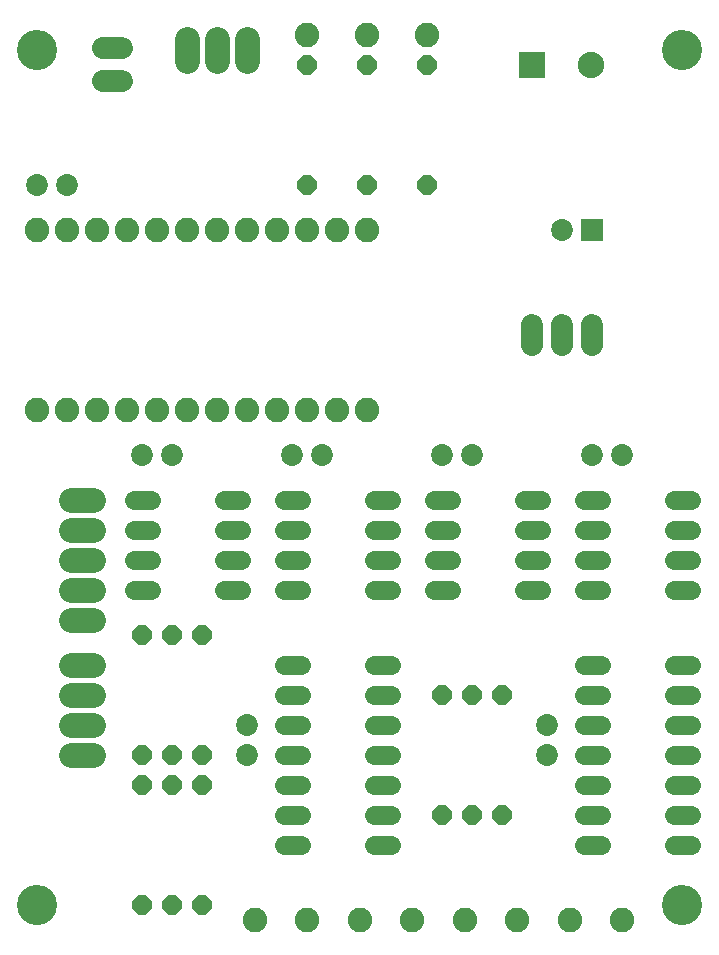
<source format=gts>
G75*
%MOIN*%
%OFA0B0*%
%FSLAX25Y25*%
%IPPOS*%
%LPD*%
%AMOC8*
5,1,8,0,0,1.08239X$1,22.5*
%
%ADD10C,0.13398*%
%ADD11C,0.06400*%
%ADD12R,0.08800X0.08800*%
%ADD13C,0.08800*%
%ADD14OC8,0.06400*%
%ADD15C,0.08200*%
%ADD16C,0.07300*%
%ADD17R,0.07300X0.07300*%
%ADD18C,0.07200*%
%ADD19C,0.08200*%
D10*
X0016400Y0016400D03*
X0231400Y0016400D03*
X0231400Y0301400D03*
X0016400Y0301400D03*
D11*
X0048600Y0151400D02*
X0054200Y0151400D01*
X0054200Y0141400D02*
X0048600Y0141400D01*
X0048600Y0131400D02*
X0054200Y0131400D01*
X0054200Y0121400D02*
X0048600Y0121400D01*
X0078600Y0121400D02*
X0084200Y0121400D01*
X0084200Y0131400D02*
X0078600Y0131400D01*
X0078600Y0141400D02*
X0084200Y0141400D01*
X0084200Y0151400D02*
X0078600Y0151400D01*
X0098600Y0151400D02*
X0104200Y0151400D01*
X0104200Y0141400D02*
X0098600Y0141400D01*
X0098600Y0131400D02*
X0104200Y0131400D01*
X0104200Y0121400D02*
X0098600Y0121400D01*
X0098600Y0096400D02*
X0104200Y0096400D01*
X0104200Y0086400D02*
X0098600Y0086400D01*
X0098600Y0076400D02*
X0104200Y0076400D01*
X0104200Y0066400D02*
X0098600Y0066400D01*
X0098600Y0056400D02*
X0104200Y0056400D01*
X0104200Y0046400D02*
X0098600Y0046400D01*
X0098600Y0036400D02*
X0104200Y0036400D01*
X0128600Y0036400D02*
X0134200Y0036400D01*
X0134200Y0046400D02*
X0128600Y0046400D01*
X0128600Y0056400D02*
X0134200Y0056400D01*
X0134200Y0066400D02*
X0128600Y0066400D01*
X0128600Y0076400D02*
X0134200Y0076400D01*
X0134200Y0086400D02*
X0128600Y0086400D01*
X0128600Y0096400D02*
X0134200Y0096400D01*
X0134200Y0121400D02*
X0128600Y0121400D01*
X0128600Y0131400D02*
X0134200Y0131400D01*
X0134200Y0141400D02*
X0128600Y0141400D01*
X0128600Y0151400D02*
X0134200Y0151400D01*
X0148600Y0151400D02*
X0154200Y0151400D01*
X0154200Y0141400D02*
X0148600Y0141400D01*
X0148600Y0131400D02*
X0154200Y0131400D01*
X0154200Y0121400D02*
X0148600Y0121400D01*
X0178600Y0121400D02*
X0184200Y0121400D01*
X0184200Y0131400D02*
X0178600Y0131400D01*
X0178600Y0141400D02*
X0184200Y0141400D01*
X0184200Y0151400D02*
X0178600Y0151400D01*
X0198600Y0151400D02*
X0204200Y0151400D01*
X0204200Y0141400D02*
X0198600Y0141400D01*
X0198600Y0131400D02*
X0204200Y0131400D01*
X0204200Y0121400D02*
X0198600Y0121400D01*
X0198600Y0096400D02*
X0204200Y0096400D01*
X0204200Y0086400D02*
X0198600Y0086400D01*
X0198600Y0076400D02*
X0204200Y0076400D01*
X0204200Y0066400D02*
X0198600Y0066400D01*
X0198600Y0056400D02*
X0204200Y0056400D01*
X0204200Y0046400D02*
X0198600Y0046400D01*
X0198600Y0036400D02*
X0204200Y0036400D01*
X0228600Y0036400D02*
X0234200Y0036400D01*
X0234200Y0046400D02*
X0228600Y0046400D01*
X0228600Y0056400D02*
X0234200Y0056400D01*
X0234200Y0066400D02*
X0228600Y0066400D01*
X0228600Y0076400D02*
X0234200Y0076400D01*
X0234200Y0086400D02*
X0228600Y0086400D01*
X0228600Y0096400D02*
X0234200Y0096400D01*
X0234200Y0121400D02*
X0228600Y0121400D01*
X0228600Y0131400D02*
X0234200Y0131400D01*
X0234200Y0141400D02*
X0228600Y0141400D01*
X0228600Y0151400D02*
X0234200Y0151400D01*
D12*
X0181400Y0296400D03*
D13*
X0201085Y0296400D03*
D14*
X0146400Y0296400D03*
X0126400Y0296400D03*
X0106400Y0296400D03*
X0106400Y0256400D03*
X0126400Y0256400D03*
X0146400Y0256400D03*
X0071400Y0106400D03*
X0061400Y0106400D03*
X0051400Y0106400D03*
X0051400Y0066400D03*
X0051400Y0056400D03*
X0061400Y0056400D03*
X0061400Y0066400D03*
X0071400Y0066400D03*
X0071400Y0056400D03*
X0071400Y0016400D03*
X0061400Y0016400D03*
X0051400Y0016400D03*
X0151400Y0046400D03*
X0161400Y0046400D03*
X0171400Y0046400D03*
X0171400Y0086400D03*
X0161400Y0086400D03*
X0151400Y0086400D03*
D15*
X0158900Y0011400D03*
X0141400Y0011400D03*
X0123900Y0011400D03*
X0106400Y0011400D03*
X0088900Y0011400D03*
X0176400Y0011400D03*
X0193900Y0011400D03*
X0211400Y0011400D03*
X0126400Y0181400D03*
X0116400Y0181400D03*
X0106400Y0181400D03*
X0096400Y0181400D03*
X0086400Y0181400D03*
X0076400Y0181400D03*
X0066400Y0181400D03*
X0056400Y0181400D03*
X0046400Y0181400D03*
X0036400Y0181400D03*
X0026400Y0181400D03*
X0016400Y0181400D03*
X0016400Y0241400D03*
X0026400Y0241400D03*
X0036400Y0241400D03*
X0046400Y0241400D03*
X0056400Y0241400D03*
X0066400Y0241400D03*
X0076400Y0241400D03*
X0086400Y0241400D03*
X0096400Y0241400D03*
X0106400Y0241400D03*
X0116400Y0241400D03*
X0126400Y0241400D03*
X0126400Y0306400D03*
X0146400Y0306400D03*
X0106400Y0306400D03*
D16*
X0026400Y0256400D03*
X0016400Y0256400D03*
X0051400Y0166400D03*
X0061400Y0166400D03*
X0101400Y0166400D03*
X0111400Y0166400D03*
X0151400Y0166400D03*
X0161400Y0166400D03*
X0201400Y0166400D03*
X0211400Y0166400D03*
X0191400Y0241400D03*
X0186400Y0076400D03*
X0186400Y0066400D03*
X0086400Y0066400D03*
X0086400Y0076400D03*
D17*
X0201400Y0241400D03*
D18*
X0201400Y0209600D02*
X0201400Y0203200D01*
X0191400Y0203200D02*
X0191400Y0209600D01*
X0181400Y0209600D02*
X0181400Y0203200D01*
X0044600Y0290900D02*
X0038200Y0290900D01*
X0038200Y0301900D02*
X0044600Y0301900D01*
D19*
X0066400Y0305100D02*
X0066400Y0297700D01*
X0076400Y0297700D02*
X0076400Y0305100D01*
X0086400Y0305100D02*
X0086400Y0297700D01*
X0035100Y0151400D02*
X0027700Y0151400D01*
X0027700Y0141400D02*
X0035100Y0141400D01*
X0035100Y0131400D02*
X0027700Y0131400D01*
X0027700Y0121400D02*
X0035100Y0121400D01*
X0035100Y0111400D02*
X0027700Y0111400D01*
X0027700Y0096400D02*
X0035100Y0096400D01*
X0035100Y0086400D02*
X0027700Y0086400D01*
X0027700Y0076400D02*
X0035100Y0076400D01*
X0035100Y0066400D02*
X0027700Y0066400D01*
M02*

</source>
